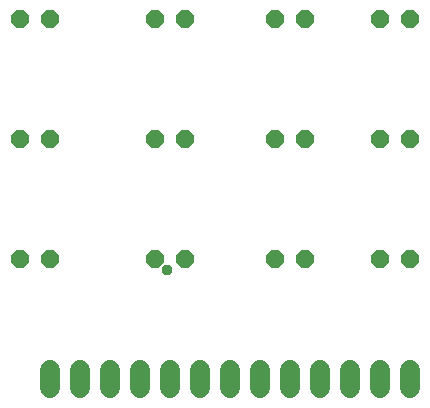
<source format=gbs>
G75*
%MOIN*%
%OFA0B0*%
%FSLAX25Y25*%
%IPPOS*%
%LPD*%
%AMOC8*
5,1,8,0,0,1.08239X$1,22.5*
%
%ADD10C,0.06800*%
%ADD11OC8,0.06000*%
%ADD12C,0.03778*%
D10*
X0021000Y0008000D02*
X0021000Y0014000D01*
X0031000Y0014000D02*
X0031000Y0008000D01*
X0041000Y0008000D02*
X0041000Y0014000D01*
X0051000Y0014000D02*
X0051000Y0008000D01*
X0061000Y0008000D02*
X0061000Y0014000D01*
X0071000Y0014000D02*
X0071000Y0008000D01*
X0081000Y0008000D02*
X0081000Y0014000D01*
X0091000Y0014000D02*
X0091000Y0008000D01*
X0101000Y0008000D02*
X0101000Y0014000D01*
X0111000Y0014000D02*
X0111000Y0008000D01*
X0121000Y0008000D02*
X0121000Y0014000D01*
X0131000Y0014000D02*
X0131000Y0008000D01*
X0141000Y0008000D02*
X0141000Y0014000D01*
D11*
X0141000Y0051000D03*
X0131000Y0051000D03*
X0106000Y0051000D03*
X0096000Y0051000D03*
X0066000Y0051000D03*
X0056000Y0051000D03*
X0021000Y0051000D03*
X0011000Y0051000D03*
X0011000Y0091000D03*
X0021000Y0091000D03*
X0056000Y0091000D03*
X0066000Y0091000D03*
X0096000Y0091000D03*
X0106000Y0091000D03*
X0131000Y0091000D03*
X0141000Y0091000D03*
X0141000Y0131000D03*
X0131000Y0131000D03*
X0106000Y0131000D03*
X0096000Y0131000D03*
X0066000Y0131000D03*
X0056000Y0131000D03*
X0021000Y0131000D03*
X0011000Y0131000D03*
D12*
X0060000Y0047400D03*
M02*

</source>
